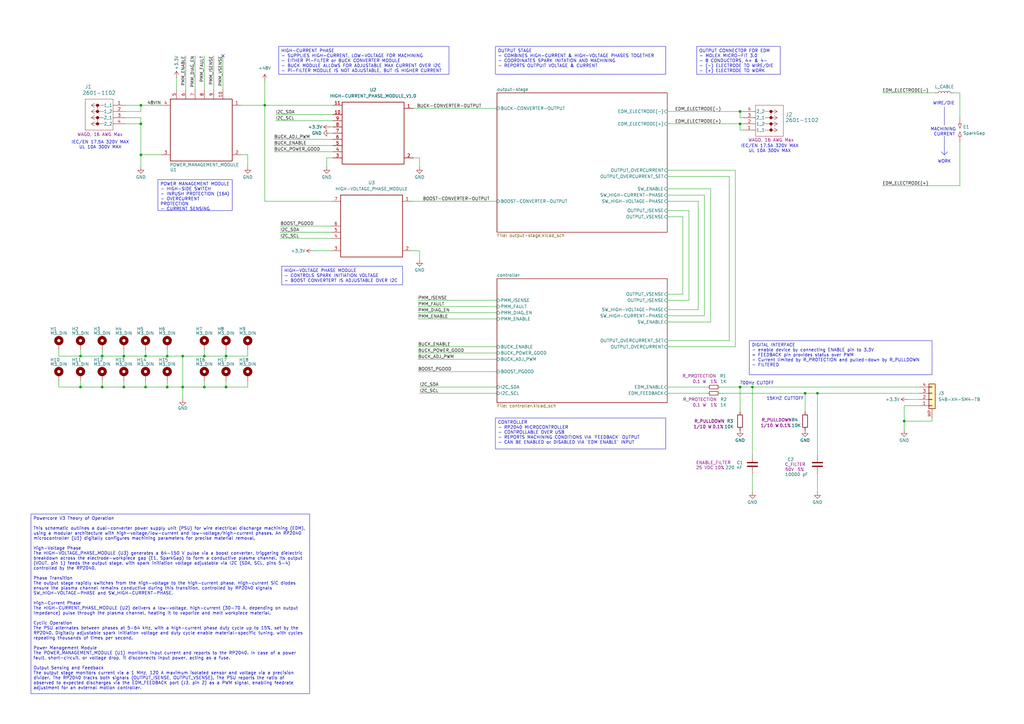
<source format=kicad_sch>
(kicad_sch (version 20250114) (generator "eeschema") (generator_version "9.0")
  (paper "A3")
  (title_block (title "Dual Converter Motherboard") (date "2025-07-29") (rev "G") (company "Rack Robotics, Inc."))
  (lib_symbols
    (symbol "Device:C" (pin_numbers (hide yes)) (pin_names (offset 0.254))
      (property "Reference" "C" (at 0.635 2.54 0))
      (property "Value" "C" (at 0.635 -2.54 0))
      (symbol "C_1_1"
        (pin passive line (at 0 3.81 270) (length 2.794) (name "~") (number "1"))
        (pin passive line (at 0 -3.81 90) (length 2.794) (name "~") (number "2"))
      )
    )
    (symbol "Device:L" (pin_numbers (hide yes)) (pin_names (offset 1.016) (hide yes))
      (property "Reference" "L" (at -1.27 0 90))
      (property "Value" "L" (at 1.905 0 90))
      (symbol "L_1_1"
        (pin passive line (at 0 3.81 270) (length 1.27) (name "1") (number "1"))
        (pin passive line (at 0 -3.81 90) (length 1.27) (name "2") (number "2"))
      )
    )
    (symbol "Device:R" (pin_numbers (hide yes)) (pin_names (offset 0))
      (property "Reference" "R" (at 2.032 0 90))
      (property "Value" "R" (at 0 0 90))
      (symbol "R_1_1"
        (pin passive line (at 0 3.81 270) (length 1.27) (name "~") (number "1"))
        (pin passive line (at 0 -3.81 90) (length 1.27) (name "~") (number "2"))
      )
    )
    (symbol "Device:R_Small" (pin_numbers (hide yes)) (pin_names (offset 0.254) (hide yes))
      (property "Reference" "R" (at 0.762 0.508 0))
      (property "Value" "R_Small" (at 0.762 -1.016 0))
      (symbol "R_Small_1_1"
        (pin passive line (at 0 2.54 270) (length 0.762) (name "~") (number "1"))
        (pin passive line (at 0 -2.54 90) (length 0.762) (name "~") (number "2"))
      )
    )
    (symbol "Device:SparkGap" (pin_numbers (hide yes)) (pin_names (offset 0))
      (property "Reference" "E" (at 0 2.032 0))
      (property "Value" "SparkGap" (at 0 -1.905 0))
      (symbol "SparkGap_1_1"
        (pin passive line (at -5.08 0 0) (length 2.54) (name "~") (number "1"))
        (pin passive line (at 5.08 0 180) (length 2.54) (name "~") (number "2"))
      )
    )
    (symbol "Mechanical:MountingHole_Pad" (pin_numbers (hide yes)) (pin_names (offset 1.016) (hide yes)) (exclude_from_sim yes) (in_bom no)
      (property "Reference" "H" (at 0 6.35 0))
      (property "Value" "MountingHole_Pad" (at 0 4.445 0))
      (symbol "MountingHole_Pad_1_1"
        (pin input line (at 0 -2.54 90) (length 2.54) (name "1") (number "1"))
      )
    )
    (symbol "power:+3.3V" (power) (pin_numbers (hide yes)) (pin_names (offset 0) (hide yes))
      (property "Value" "+3.3V" (at 0 3.556 0))
      (symbol "+3.3V_1_1"
        (pin power_in line (at 0 0 90) (length 0) (name "~") (number "1"))
      )
    )
    (symbol "power:+48V" (power) (pin_numbers (hide yes)) (pin_names (offset 0) (hide yes))
      (property "Value" "+48V" (at 0 3.556 0))
      (symbol "+48V_1_1"
        (pin power_in line (at 0 0 90) (length 0) (name "~") (number "1"))
      )
    )
    (symbol "power:GND" (power) (pin_numbers (hide yes)) (pin_names (offset 0) (hide yes))
      (property "Value" "GND" (at 0 -3.81 0))
      (symbol "GND_1_1"
        (pin power_in line (at 0 0 270) (length 0) (name "~") (number "1"))
      )
    )
    (symbol "powercore-development:HIGH-CURRENT_PHASE_MODULE_V1.0" (pin_names (offset 1.016) (hide yes))
      (property "Reference" "U1" (at 1.27 2.794 0))
      (property "Value" "HIGH-CURRENT_PHASE_MODULE_V1.0" (at 17.78 1.016 0))
      (symbol "HIGH-CURRENT_PHASE_MODULE_V1.0_1_1"
        (pin passive line (at -3.81 -2.54 0) (length 3.81) (name "VOUT") (number "1"))
        (pin passive line (at -3.81 -22.86 0) (length 3.81) (name "GND") (number "2"))
        (pin passive line (at 29.21 -1.27 180) (length 3.81) (name "48VIN") (number "11"))
        (pin passive line (at 29.21 -5.08 180) (length 3.81) (name "SDA") (number "10"))
        (pin passive line (at 29.21 -7.62 180) (length 3.81) (name "SCL") (number "9"))
        (pin passive line (at 29.21 -10.16 180) (length 3.81) (name "3.3VIN") (number "8"))
        (pin passive line (at 29.21 -12.7 180) (length 3.81) (name "GND") (number "7"))
        (pin passive line (at 29.21 -15.24 180) (length 3.81) (name "PWM_ADJ") (number "6"))
        (pin passive line (at 29.21 -17.78 180) (length 3.81) (name "ENABLE") (number "5"))
        (pin input line (at 29.21 -20.32 180) (length 3.81) (name "PGOOD") (number "4"))
        (pin passive line (at 29.21 -22.86 180) (length 3.81) (name "GND") (number "3"))
      )
    )
    (symbol "powercore-development:HIGH-VOLTAGE_PHASE_MODULE_V1.0" (pin_names (offset 1.016) (hide yes))
      (property "Reference" "U2" (at 1.016 2.794 0))
      (property "Value" "HIGH-VOLTAGE_PHASE_MODULE" (at 14.732 1.016 0))
      (symbol "HIGH-VOLTAGE_PHASE_MODULE_V1.0_1_1"
        (pin passive line (at -3.81 -2.54 0) (length 3.81) (name "VOUT") (number "1"))
        (pin passive line (at -3.81 -22.86 0) (length 3.81) (name "GND") (number "2"))
        (pin passive line (at 29.21 -2.54 180) (length 3.81) (name "48VIN") (number "7"))
        (pin passive line (at 29.21 -12.7 180) (length 3.81) (name "PGOOD") (number "6"))
        (pin passive line (at 29.21 -15.24 180) (length 3.81) (name "SDA") (number "5"))
        (pin passive line (at 29.21 -17.78 180) (length 3.81) (name "SCL") (number "4"))
        (pin passive line (at 29.21 -22.86 180) (length 3.81) (name "GND") (number "3"))
      )
    )
    (symbol "powercore-development:power-management-module" (pin_names (offset 1.016) (hide yes))
      (property "Reference" "U1" (at 24.13 -28.956 0))
      (property "Value" "POWER_MANAGEMENT_MODULE" (at 11.43 -26.924 0))
      (symbol "power-management-module_1_1"
        (pin power_in line (at -3.81 -2.54 0) (length 3.81) (name "VIN") (number "4"))
        (pin passive line (at -3.81 -22.86 0) (length 3.81) (name "Pin_3") (number "3"))
        (pin passive line (at 2.54 3.81 270) (length 3.81) (name "Pin_5") (number "5"))
        (pin passive line (at 6.35 3.81 270) (length 3.81) (name "Pin_6") (number "6"))
        (pin passive line (at 10.16 3.81 270) (length 3.81) (name "Pin_7") (number "7"))
        (pin passive line (at 13.97 3.81 270) (length 3.81) (name "Pin_8") (number "8"))
        (pin passive line (at 17.78 3.81 270) (length 3.81) (name "Pin_9") (number "9"))
        (pin passive line (at 21.59 3.81 270) (length 3.81) (name "Pin_10") (number "10"))
        (pin passive line (at 29.21 -2.54 180) (length 3.81) (name "VOUT") (number "1"))
        (pin passive line (at 29.21 -22.86 180) (length 3.81) (name "Pin_2") (number "2"))
      )
    )
    (symbol "rack-controller:2601-1102" (pin_names (offset 0.254))
      (property "Reference" "J16" (at 1.27 5.08 0))
      (property "Value" "2601-1102" (at 5.715 2.54 0))
      (property "Role" "WAGO, 16 AWG Max" (at 6.35 -15.748 0))
      (symbol "2601-1102_1_1"
        (pin unspecified line (at 16.51 -2.54 180) (length 5.08) (name "1_1") (number "1"))
        (pin unspecified line (at 16.51 -5.08 180) (length 5.08) (name "1_2") (number "2"))
        (pin unspecified line (at 16.51 -7.62 180) (length 5.08) (name "2_1") (number "3"))
        (pin unspecified line (at 16.51 -10.16 180) (length 5.08) (name "2_2") (number "4"))
      )
      (symbol "2601-1102_1_2"
        (pin unspecified line (at 0 0 0) (length 5.08) (name "1_1") (number "1"))
        (pin unspecified line (at 0 -2.54 0) (length 5.08) (name "1_2") (number "2"))
        (pin unspecified line (at 0 -5.08 0) (length 5.08) (name "2_1") (number "3"))
        (pin unspecified line (at 0 -7.62 0) (length 5.08) (name "2_2") (number "4"))
      )
    )
    (symbol "rack-controller:S4B-XH-SM4-TB" (pin_names (offset 1.016) (hide yes))
      (property "Reference" "J1" (at 2.54 0.0001 0))
      (property "Value" "S4B-XH-SM4-TB" (at 2.54 -2.5399 0))
      (symbol "S4B-XH-SM4-TB_1_1"
        (pin passive line (at -5.08 2.54 0) (length 3.81) (name "Pin_4") (number "4"))
        (pin passive line (at -5.08 0 0) (length 3.81) (name "Pin_3") (number "3"))
        (pin passive line (at -5.08 -2.54 0) (length 3.81) (name "Pin_2") (number "2"))
        (pin passive line (at -5.08 -5.08 0) (length 3.81) (name "Pin_1") (number "1"))
        (pin passive line (at 0 -10.16 90) (length 3.81) (name "Pin_MP") (number "MP"))
      )
    )
  )
  (text "IEC/EN 17.5A 320V MAX\nUL 10A 300V MAX" (at 315.722 60.96 0) (effects (font (size 1.27 1.27))))
  (text "WORK" (at 387.35 66.294 0) (effects (font (size 1.27 1.27))))
  (text "700Hz CUTOFF" (at 310.388 157.226 0) (effects (font (size 1.27 1.27))))
  (text "MACHINING \nCURRENT" (at 387.35 54.102 0) (effects (font (size 1.27 1.27))))
  (text "WIRE/DIE" (at 387.096 42.418 0) (effects (font (size 1.27 1.27))))
  (text "IEC/EN 17.5A 320V MAX\nUL 10A 300V MAX" (at 41.148 59.436 0) (effects (font (size 1.27 1.27))))
  (text "15KHZ CUTTOFF" (at 322.072 163.576 0) (effects (font (size 1.27 1.27))))
  (text_box "CONTROLLER \n- RP2040 MICROCONTROLLER\n- CONTROLLABLE OVER USB \n- REPORTS MACHINING CONDITIONS VIA 'FEEDBACK' OUTPUT \n- CAN BE ENABLED or DISABLED VIA 'EDM ENABLE' INPUT" (at 203.2 171.45 0) (size 69.85 12.7) (margins 0.9525 0.9525 0.9525 0.9525) (effects (font (size 1.27 1.27)) (justify left top)))
  (text_box "HIGH-VOLTAGE PHASE MODULE\n- CONTROLS SPARK INITIATION VOLTAGE\n- BOOST CONVERTERT IS ADJUSTABLE OVER I2C" (at 115.57 109.22 0) (size 49.53 7.62) (margins 0.9525 0.9525 0.9525 0.9525) (effects (font (size 1.27 1.27)) (justify left top)))
  (text_box "OUTPUT CONNECTOR FOR EDM\n- MOLEX MICRO-FIT 3.0\n- 8 CONDUCTORS, 4+ & 4-\n- (-) ELECTRODE TO WIRE/DIE \n- (+) ELECTRODE TO WORK" (at 285.75 19.05 0) (size 34.29 11.43) (margins 0.9525 0.9525 0.9525 0.9525) (effects (font (size 1.27 1.27)) (justify left top)))
  (text_box "HIGH-CURRENT PHASE\n- SUPPLIES HIGH-CURRENT, LOW-VOLTAGE FOR MACHINING\n- EITHER Pi-FILTER or BUCK CONVERTER MODULE\n- BUCK MODULE ALLOWS FOR ADJUSTABLE MAX CURRENT OVER I2C\n- Pi-FILTER MODULE IS NOT ADJUSTABLE, BUT IS HIGHER CURRENT" (at 114.3 19.05 0) (size 69.85 11.43) (margins 0.9525 0.9525 0.9525 0.9525) (effects (font (size 1.27 1.27)) (justify left top)))
  (text_box "Powercore V3 Theory of Operation\n\nThis schematic outlines a dual-converter power supply unit (PSU) for wire electrical discharge machining (EDM), using a modular architecture with high-voltage/low-current and low-voltage/high-current phases. An RP2040 microcontroller (U1) digitally configures machining parameters for precise material removal.\n\nHigh-Voltage Phase\nThe HIGH-VOLTAGE_PHASE_MODULE (U3) generates a 64-150 V pulse via a boost converter, triggering dielectric breakdown across the electrode-workpiece gap (E1, SparkGap) to form a conductive plasma channel. Its output (VOUT, pin 1) feeds the output stage, with spark initiation voltage adjustable via I2C (SDA, SCL, pins 5-4) controlled by the RP2040.\n\nPhase Transition\nThe output stage rapidly switches from the high-voltage to the high-current phase. High-current SiC diodes ensure the plasma channel remains conductive during this transition, controlled by RP2040 signals SW_HIGH-VOLTAGE-PHASE and SW_HIGH-CURRENT-PHASE.\n\nHigh-Current Phase\nThe HIGH-CURRENT_PHASE_MODULE (U2) delivers a low-voltage, high-current (30-70 A, depending on output impedance) pulse through the plasma channel, heating it to vaporize and melt workpiece material. \n\nCyclic Operation\nThe PSU alternates between phases at 5-64 kHz, with a high-current phase duty cycle up to 15%, set by the RP2040. Digitally adjustable spark initiation voltage and duty cycle enable material-specific tuning, with cycles repeating thousands of times per second.\n\nPower Management Module\nThe POWER_MANAGEMENT_MODULE (U1) monitors input current and reports to the RP2040. In case of a power fault, short-circuit, or voltage drop, it disconnects input power, acting as a fuse.\n\nOutput Sensing and Feedback\nThe output stage monitors current via a 1 MHz, 120 A maximum isolated sensor and voltage via a precision divider. The RP2040 tracks both signals (OUTPUT_ISENSE, OUTPUT_VSENSE). The PSU reports the ratio of observed to expected discharges via the EDM_FEEDBACK port (J3, pin 2) as a PWM signal, enabling feedrate adjustment for an external motion controller." (at 12.7 210.82 0) (size 114.3 73.66) (margins 0.9525 0.9525 0.9525 0.9525) (effects (font (size 1.27 1.27)) (justify left top)))
  (text_box "OUTPUT STAGE \n- COMBINES HIGH-CURRENT & HIGH-VOLTAGE PHASES TOGETHER\n- COORDINATES SPARK INITATION AND MACHINING\n- REPORTS OUTPUIT VOLTAGE & CURRENT" (at 203.2 19.05 0) (size 69.85 11.43) (margins 0.9525 0.9525 0.9525 0.9525) (effects (font (size 1.27 1.27)) (justify left top)))
  (text_box "POWER MANAGEMENT MODULE\n- HIGH-SIDE SWITCH\n- INRUSH PROTECTION (16A)\n- OVERCURRENT PROTECTION\n- CURRENT SENSING\n" (at 64.77 73.66 0) (size 30.48 12.7) (margins 0.9525 0.9525 0.9525 0.9525) (effects (font (size 1.27 1.27)) (justify left top)))
  (text_box "DIGITAL INTERFACE \n- enable device by connecting ENABLE pin to 3.3V\n= FEEDBACK pin provides status over PWM\n- Current limited by R_PROTECTION and pulled-down by R_PULLDOWN\n- FILTERED" (at 307.34 139.7 0) (size 74.93 13.97) (margins 0.9525 0.9525 0.9525 0.9525) (effects (font (size 1.27 1.27)) (justify left top)))
  (junction (at 33.02 146.05))
  (junction (at 74.93 158.75))
  (junction (at 59.69 158.75))
  (junction (at 68.58 158.75))
  (junction (at 50.8 158.75))
  (junction (at 50.8 146.05))
  (junction (at 41.91 158.75))
  (junction (at 59.69 146.05))
  (junction (at 57.785 43.18))
  (junction (at 108.585 43.18))
  (junction (at 303.53 158.75))
  (junction (at 303.53 50.8))
  (junction (at 330.2 161.29))
  (junction (at 335.28 161.29))
  (junction (at 370.84 172.72))
  (junction (at 57.785 50.8))
  (junction (at 57.785 63.5))
  (junction (at 308.61 158.75))
  (junction (at 92.71 158.75))
  (junction (at 33.02 158.75))
  (junction (at 303.53 45.72))
  (junction (at 68.58 146.05))
  (junction (at 92.71 146.05))
  (junction (at 83.82 146.05))
  (junction (at 41.91 146.05))
  (junction (at 74.93 146.05))
  (junction (at 83.82 158.75))
  (no_connect (at 91.44 22.86))
  (wire (pts (xy 101.6 63.5) (xy 99.06 63.5)))
  (wire (pts (xy 24.13 158.75) (xy 33.02 158.75)))
  (wire (pts (xy 87.63 22.86) (xy 87.63 36.83)))
  (wire (pts (xy 273.685 129.54) (xy 288.925 129.54)))
  (wire (pts (xy 290.195 158.75) (xy 273.685 158.75)))
  (wire (pts (xy 136.525 49.53) (xy 113.03 49.53)))
  (polyline (pts (xy 387.35 43.815) (xy 387.35 51.435)))
  (wire (pts (xy 370.84 176.53) (xy 370.84 172.72)))
  (wire (pts (xy 83.82 22.86) (xy 83.82 36.83)))
  (wire (pts (xy 51.435 45.72) (xy 57.785 45.72)))
  (wire (pts (xy 273.685 45.72) (xy 303.53 45.72)))
  (wire (pts (xy 303.53 50.8) (xy 304.8 50.8)))
  (wire (pts (xy 291.465 77.47) (xy 273.685 77.47)))
  (wire (pts (xy 304.8 48.26) (xy 303.53 48.26)))
  (wire (pts (xy 280.035 120.65) (xy 280.035 88.9)))
  (wire (pts (xy 92.71 156.21) (xy 92.71 158.75)))
  (wire (pts (xy 57.785 43.18) (xy 51.435 43.18)))
  (wire (pts (xy 101.6 146.05) (xy 92.71 146.05)))
  (wire (pts (xy 68.58 146.05) (xy 74.93 146.05)))
  (polyline (pts (xy 387.35 63.5) (xy 388.62 62.23)))
  (wire (pts (xy 295.275 161.29) (xy 330.2 161.29)))
  (wire (pts (xy 172.085 102.87) (xy 168.91 102.87)))
  (wire (pts (xy 291.465 132.08) (xy 291.465 77.47)))
  (wire (pts (xy 335.28 161.29) (xy 335.28 186.69)))
  (wire (pts (xy 101.6 68.58) (xy 101.6 63.5)))
  (wire (pts (xy 393.7 76.2) (xy 393.7 58.42)))
  (wire (pts (xy 59.69 143.51) (xy 59.69 146.05)))
  (wire (pts (xy 382.27 172.72) (xy 370.84 172.72)))
  (wire (pts (xy 108.585 33.02) (xy 108.585 43.18)))
  (wire (pts (xy 286.385 82.55) (xy 273.685 82.55)))
  (wire (pts (xy 171.45 125.73) (xy 203.835 125.73)))
  (wire (pts (xy 273.685 50.8) (xy 303.53 50.8)))
  (wire (pts (xy 57.785 48.26) (xy 57.785 50.8)))
  (wire (pts (xy 303.53 48.26) (xy 303.53 45.72)))
  (wire (pts (xy 282.575 86.36) (xy 273.685 86.36)))
  (wire (pts (xy 171.45 144.78) (xy 203.835 144.78)))
  (wire (pts (xy 59.69 146.05) (xy 68.58 146.05)))
  (wire (pts (xy 66.04 63.5) (xy 57.785 63.5)))
  (wire (pts (xy 41.91 156.21) (xy 41.91 158.75)))
  (wire (pts (xy 303.53 158.75) (xy 303.53 168.91)))
  (wire (pts (xy 361.95 76.2) (xy 393.7 76.2)))
  (wire (pts (xy 361.95 38.1) (xy 383.54 38.1)))
  (wire (pts (xy 203.835 142.24) (xy 171.45 142.24)))
  (wire (pts (xy 50.8 143.51) (xy 50.8 146.05)))
  (wire (pts (xy 288.925 129.54) (xy 288.925 80.01)))
  (wire (pts (xy 273.685 120.65) (xy 280.035 120.65)))
  (wire (pts (xy 50.8 156.21) (xy 50.8 158.75)))
  (wire (pts (xy 72.39 31.75) (xy 72.39 36.83)))
  (wire (pts (xy 393.7 48.26) (xy 393.7 38.1)))
  (wire (pts (xy 273.685 123.19) (xy 282.575 123.19)))
  (wire (pts (xy 273.685 139.7) (xy 299.085 139.7)))
  (wire (pts (xy 57.785 50.8) (xy 57.785 63.5)))
  (wire (pts (xy 282.575 123.19) (xy 282.575 86.36)))
  (wire (pts (xy 128.27 102.87) (xy 135.89 102.87)))
  (wire (pts (xy 24.13 156.21) (xy 24.13 158.75)))
  (wire (pts (xy 304.8 53.34) (xy 303.53 53.34)))
  (wire (pts (xy 308.61 194.31) (xy 308.61 201.93)))
  (wire (pts (xy 335.28 194.31) (xy 335.28 201.93)))
  (wire (pts (xy 136.525 54.61) (xy 135.255 54.61)))
  (wire (pts (xy 41.91 146.05) (xy 50.8 146.05)))
  (wire (pts (xy 59.69 158.75) (xy 68.58 158.75)))
  (wire (pts (xy 203.835 130.81) (xy 171.45 130.81)))
  (wire (pts (xy 41.91 158.75) (xy 50.8 158.75)))
  (wire (pts (xy 108.585 43.18) (xy 108.585 82.55)))
  (wire (pts (xy 91.44 22.86) (xy 91.44 36.83)))
  (wire (pts (xy 135.89 82.55) (xy 108.585 82.55)))
  (wire (pts (xy 68.58 156.21) (xy 68.58 158.75)))
  (wire (pts (xy 33.02 156.21) (xy 33.02 158.75)))
  (wire (pts (xy 303.53 158.75) (xy 295.275 158.75)))
  (wire (pts (xy 377.19 163.83) (xy 372.11 163.83)))
  (wire (pts (xy 330.2 161.29) (xy 335.28 161.29)))
  (wire (pts (xy 66.04 43.18) (xy 57.785 43.18)))
  (wire (pts (xy 273.685 142.24) (xy 301.625 142.24)))
  (wire (pts (xy 113.03 46.99) (xy 136.525 46.99)))
  (wire (pts (xy 370.84 172.72) (xy 370.84 166.37)))
  (wire (pts (xy 92.71 146.05) (xy 83.82 146.05)))
  (wire (pts (xy 370.84 166.37) (xy 377.19 166.37)))
  (wire (pts (xy 74.93 158.75) (xy 74.93 163.83)))
  (wire (pts (xy 280.035 88.9) (xy 273.685 88.9)))
  (wire (pts (xy 133.985 64.77) (xy 136.525 64.77)))
  (wire (pts (xy 80.01 22.86) (xy 80.01 36.83)))
  (wire (pts (xy 101.6 156.21) (xy 101.6 158.75)))
  (wire (pts (xy 136.525 59.69) (xy 112.395 59.69)))
  (wire (pts (xy 203.835 161.29) (xy 172.085 161.29)))
  (wire (pts (xy 303.53 53.34) (xy 303.53 50.8)))
  (wire (pts (xy 203.835 44.45) (xy 169.545 44.45)))
  (wire (pts (xy 57.785 48.26) (xy 51.435 48.26)))
  (wire (pts (xy 83.82 143.51) (xy 83.82 146.05)))
  (wire (pts (xy 301.625 69.85) (xy 273.685 69.85)))
  (polyline (pts (xy 387.35 63.5) (xy 386.08 62.23)))
  (wire (pts (xy 301.625 142.24) (xy 301.625 69.85)))
  (wire (pts (xy 33.02 143.51) (xy 33.02 146.05)))
  (wire (pts (xy 203.835 82.55) (xy 168.91 82.55)))
  (wire (pts (xy 203.835 123.19) (xy 171.45 123.19)))
  (wire (pts (xy 108.585 43.18) (xy 99.06 43.18)))
  (wire (pts (xy 171.45 152.4) (xy 203.835 152.4)))
  (wire (pts (xy 92.71 143.51) (xy 92.71 146.05)))
  (wire (pts (xy 286.385 127) (xy 286.385 82.55)))
  (wire (pts (xy 273.685 127) (xy 286.385 127)))
  (wire (pts (xy 57.785 45.72) (xy 57.785 43.18)))
  (wire (pts (xy 136.525 43.18) (xy 108.585 43.18)))
  (wire (pts (xy 391.16 38.1) (xy 393.7 38.1)))
  (wire (pts (xy 135.89 97.79) (xy 114.935 97.79)))
  (wire (pts (xy 299.085 139.7) (xy 299.085 72.39)))
  (polyline (pts (xy 387.35 55.88) (xy 387.35 63.5)))
  (wire (pts (xy 68.58 158.75) (xy 74.93 158.75)))
  (wire (pts (xy 303.53 45.72) (xy 304.8 45.72)))
  (wire (pts (xy 68.58 143.51) (xy 68.58 146.05)))
  (wire (pts (xy 172.085 64.77) (xy 169.545 64.77)))
  (wire (pts (xy 290.195 161.29) (xy 273.685 161.29)))
  (wire (pts (xy 57.785 63.5) (xy 57.785 68.58)))
  (wire (pts (xy 41.91 143.51) (xy 41.91 146.05)))
  (wire (pts (xy 101.6 158.75) (xy 92.71 158.75)))
  (wire (pts (xy 50.8 146.05) (xy 59.69 146.05)))
  (wire (pts (xy 59.69 156.21) (xy 59.69 158.75)))
  (wire (pts (xy 33.02 158.75) (xy 41.91 158.75)))
  (wire (pts (xy 203.835 158.75) (xy 172.085 158.75)))
  (wire (pts (xy 83.82 158.75) (xy 74.93 158.75)))
  (wire (pts (xy 273.685 132.08) (xy 291.465 132.08)))
  (wire (pts (xy 330.2 161.29) (xy 330.2 168.91)))
  (wire (pts (xy 24.13 146.05) (xy 33.02 146.05)))
  (wire (pts (xy 136.525 62.23) (xy 112.395 62.23)))
  (wire (pts (xy 299.085 72.39) (xy 273.685 72.39)))
  (wire (pts (xy 135.89 92.71) (xy 114.935 92.71)))
  (wire (pts (xy 50.8 158.75) (xy 59.69 158.75)))
  (wire (pts (xy 83.82 156.21) (xy 83.82 158.75)))
  (wire (pts (xy 335.28 161.29) (xy 377.19 161.29)))
  (wire (pts (xy 303.53 158.75) (xy 308.61 158.75)))
  (wire (pts (xy 101.6 143.51) (xy 101.6 146.05)))
  (wire (pts (xy 76.2 22.86) (xy 76.2 36.83)))
  (wire (pts (xy 136.525 57.15) (xy 112.395 57.15)))
  (wire (pts (xy 203.835 128.27) (xy 171.45 128.27)))
  (wire (pts (xy 74.93 146.05) (xy 74.93 158.75)))
  (wire (pts (xy 33.02 146.05) (xy 41.91 146.05)))
  (wire (pts (xy 382.27 171.45) (xy 382.27 172.72)))
  (wire (pts (xy 288.925 80.01) (xy 273.685 80.01)))
  (wire (pts (xy 24.13 143.51) (xy 24.13 146.05)))
  (wire (pts (xy 133.985 64.77) (xy 133.985 68.58)))
  (wire (pts (xy 172.085 68.58) (xy 172.085 64.77)))
  (wire (pts (xy 308.61 158.75) (xy 308.61 186.69)))
  (wire (pts (xy 83.82 146.05) (xy 74.93 146.05)))
  (wire (pts (xy 136.525 52.07) (xy 135.255 52.07)))
  (wire (pts (xy 135.89 95.25) (xy 114.935 95.25)))
  (wire (pts (xy 92.71 158.75) (xy 83.82 158.75)))
  (wire (pts (xy 51.435 50.8) (xy 57.785 50.8)))
  (wire (pts (xy 203.835 147.32) (xy 171.45 147.32)))
  (wire (pts (xy 308.61 158.75) (xy 377.19 158.75)))
  (wire (pts (xy 172.085 106.68) (xy 172.085 102.87)))
  (label "PMM_FAULT" (at 171.45 125.73 0))
  (label "BUCK_ENABLE" (at 171.45 142.24 0))
  (label "BUCK_ENABLE" (at 112.395 59.69 0))
  (label "I2C_SCL" (at 172.085 161.29 0))
  (label "PMM_FAULT" (at 83.82 22.86 270))
  (label "PMM_ISENSE" (at 171.45 123.19 0))
  (label "I2C_SCL" (at 114.935 97.79 0))
  (label "EDM_ELECTRODE(-)" (at 276.86 45.72 0))
  (label "48VIN" (at 66.04 43.18 180))
  (label "PMM_ENABLE" (at 171.45 130.81 0))
  (label "PMM_ISENSE" (at 87.63 22.86 270))
  (label "EDM_ELECTRODE(-)" (at 361.95 38.1 0))
  (label "I2C_SDA" (at 172.085 158.75 0))
  (label "BUCK_POWER_GOOD" (at 112.395 62.23 0))
  (label "I2C_SCL" (at 113.03 49.53 0))
  (label "BUCK_ADJ_PWM" (at 112.395 57.15 0))
  (label "BUCK_POWER_GOOD" (at 171.45 144.78 0))
  (label "BOOST_PGOOD" (at 114.935 92.71 0))
  (label "BOOST_PGOOD" (at 171.45 152.4 0))
  (label "PMM_DIAG_EN" (at 80.01 22.86 270))
  (label "EDM_ELECTRODE(+)" (at 276.86 50.8 0))
  (label "BUCK_ADJ_PWM" (at 171.45 147.32 0))
  (label "EDM_ELECTRODE(+)" (at 361.95 76.2 0))
  (label "PMM_DIAG_EN" (at 171.45 128.27 0))
  (label "I2C_SDA" (at 114.935 95.25 0))
  (label "PMM_VSENSE" (at 91.44 22.86 270))
  (label "I2C_SDA" (at 113.03 46.99 0))
  (label "BOOST-CONVERTER-OUTPUT" (at 173.355 82.55 0))
  (label "BUCK-CONVERTER-OUTPUT" (at 197.485 44.45 180))
  (label "PMM_ENABLE" (at 76.2 22.86 270))
  (symbol (lib_id "Device:SparkGap") (at 393.7 53.34 90) (unit 1) (in_bom no) (on_board no)
    (property "Reference" "E1" (at 394.97 52.0699 90) (effects (justify right)))
    (property "Value" "SparkGap" (at 394.97 54.6099 90) (effects (justify right)))
    (property "Footprint" "NULL" (effects (hide yes)))
    (property "Description" "EDM Spark Gap" (effects (hide yes)))
    (property "Manufacturer" "NULL" (effects (hide yes)))
    (property "Manufacturer#" "NULL" (effects (hide yes)))
    (property "Distributor" "NULL" (effects (hide yes)))
    (property "Distributor#" "NULL" (effects (hide yes)))
    (property "Role" "NULL" (effects (hide yes)))
    (property "LCSC Part #" "NULL" (effects (hide yes)))
  )
  (symbol (lib_id "power:GND") (at 172.085 106.68 0) (mirror y) (unit 1)
    (property "Reference" "#PWR010" (effects (hide yes)))
    (property "Value" "GND" (at 172.085 110.744 0))
    (property "Description" "Power symbol creates a global label with name \"GND\" , ground" (effects (hide yes)))
  )
  (symbol (lib_id "Mechanical:MountingHole_Pad") (at 92.71 153.67 0) (unit 1) (exclude_from_sim yes) (in_bom no)
    (property "Reference" "H17" (at 89.154 147.574 0) (effects (justify left)))
    (property "Value" "M3_DIN" (at 89.154 149.352 0) (effects (justify left)))
    (property "Footprint" "MountingHole:MountingHole_3.2mm_M3_DIN965_Pad_TopBottom" (effects (hide yes)))
    (property "Datasheet" "NULL" (effects (hide yes)))
    (property "Description" "M3 Mounting hole with op & bottom pads exposed" (effects (hide yes)))
    (property "Manufacturer" "NULL" (effects (hide yes)))
    (property "Manufacturer#" "NULL" (effects (hide yes)))
    (property "Distributor" "NULL" (effects (hide yes)))
    (property "Distributor#" "NULL" (effects (hide yes)))
    (property "Role" "NULL" (effects (hide yes)))
  )
  (symbol (lib_id "power:GND") (at 308.61 201.93 0) (mirror y) (unit 1)
    (property "Reference" "#PWR016" (effects (hide yes)))
    (property "Value" "GND" (at 308.61 205.994 0))
    (property "Description" "Power symbol creates a global label with name \"GND\" , ground" (effects (hide yes)))
  )
  (symbol (lib_id "power:GND") (at 57.785 68.58 0) (mirror y) (unit 1)
    (property "Reference" "#PWR05" (effects (hide yes)))
    (property "Value" "GND" (at 57.785 72.644 0))
    (property "Description" "Power symbol creates a global label with name \"GND\" , ground" (effects (hide yes)))
  )
  (symbol (lib_id "Mechanical:MountingHole_Pad") (at 41.91 140.97 0) (unit 1) (exclude_from_sim yes) (in_bom no)
    (property "Reference" "H3" (at 38.354 134.874 0) (effects (justify left)))
    (property "Value" "M3_DIN" (at 38.354 136.652 0) (effects (justify left)))
    (property "Footprint" "MountingHole:MountingHole_3.2mm_M3_DIN965_Pad_TopBottom" (effects (hide yes)))
    (property "Datasheet" "NULL" (effects (hide yes)))
    (property "Description" "M3 Mounting hole with op & bottom pads exposed" (effects (hide yes)))
    (property "Manufacturer" "NULL" (effects (hide yes)))
    (property "Manufacturer#" "NULL" (effects (hide yes)))
    (property "Distributor" "NULL" (effects (hide yes)))
    (property "Distributor#" "NULL" (effects (hide yes)))
    (property "Role" "NULL" (effects (hide yes)))
  )
  (symbol (lib_id "rack-controller:2601-1102") (at 34.925 40.64 0) (unit 1)
    (property "Reference" "J1" (at 36.195 35.56 0) (effects (font (size 1.524 1.524))))
    (property "Value" "2601-1102" (at 40.64 38.1 0) (effects (font (size 1.524 1.524))))
    (property "Footprint" "powercore-development:2601-1102" (effects (hide yes)))
    (property "Datasheet" "https://source.z2data.com/2022/11/30/3/26/12/266816/736955/WAGO26011102enUS.pdf" (effects (hide yes)))
    (property "Description" "2 Position Wire to Board Terminal Block Horizontal with Board 0.138\" (3.50mm) Through Hole" (effects (hide yes)))
    (property "Manufacturer" "WAGO Corporation" (effects (hide yes)))
    (property "Manufacturer#" "2601-1102" (effects (hide yes)))
    (property "Distributor" "Digikey Electronics, Inc." (effects (hide yes)))
    (property "Distributor#" "2946-2601-1102-ND" (effects (hide yes)))
    (property "Role" "WAGO, 16 AWG Max" (at 41.021 55.118 0))
    (property "LCSC Part #" "C7509568" (effects (hide yes)))
  )
  (symbol (lib_id "power:GND") (at 370.84 176.53 0) (mirror y) (unit 1)
    (property "Reference" "#PWR015" (effects (hide yes)))
    (property "Value" "GND" (at 370.84 180.594 0))
    (property "Description" "Power symbol creates a global label with name \"GND\" , ground" (effects (hide yes)))
  )
  (symbol (lib_id "power:+3.3V") (at 135.255 52.07 90) (mirror x) (unit 1)
    (property "Reference" "#PWR03" (effects (hide yes)))
    (property "Value" "+3.3V" (at 132.207 52.07 90) (effects (justify left)))
    (property "Description" "Power symbol creates a global label with name \"+3.3V\"" (effects (hide yes)))
  )
  (symbol (lib_id "Device:R") (at 330.2 172.72 0) (unit 1)
    (property "Reference" "R4" (at 324.612 172.212 0) (effects (justify left)))
    (property "Value" "10K" (at 324.612 174.498 0) (effects (justify left)))
    (property "Footprint" "Resistor_SMD:R_0603_1608Metric" (effects (hide yes)))
    (property "Datasheet" "https://www.yageo.com/upload/media/product/products/datasheet/rchip/PYu-RC_Group_51_RoHS_L_12.pdf" (effects (hide yes)))
    (property "Description" "10 kOhms ±0.1% 0.1W, 1/10W Chip Resistor 0603 (1608 Metric) Moisture Resistant Thick Film" (effects (hide yes)))
    (property "Tolerance" "0.1%" (at 322.072 174.498 0))
    (property "Role" "R_PULLDOWN" (at 318.516 172.212 0))
    (property "Manufacturer" "YAGEO" (effects (hide yes)))
    (property "Manufacturer#" "RC0603BR-0710KL" (effects (hide yes)))
    (property "Distributor" "Digikey Electronics, Inc." (effects (hide yes)))
    (property "Distributor#" "13-RC0603BR-0710KLCT-ND" (effects (hide yes)))
    (property "Power" "1/10 W" (at 315.722 174.498 0))
    (property "LCSC Part #" "C20161635" (effects (hide yes)))
  )
  (symbol (lib_id "power:GND") (at 133.985 68.58 0) (mirror y) (unit 1)
    (property "Reference" "#PWR07" (effects (hide yes)))
    (property "Value" "GND" (at 133.985 72.644 0))
    (property "Description" "Power symbol creates a global label with name \"GND\" , ground" (effects (hide yes)))
  )
  (symbol (lib_id "Mechanical:MountingHole_Pad") (at 24.13 140.97 0) (unit 1) (exclude_from_sim yes) (in_bom no)
    (property "Reference" "H1" (at 20.574 134.874 0) (effects (justify left)))
    (property "Value" "M3_DIN" (at 20.574 136.652 0) (effects (justify left)))
    (property "Footprint" "MountingHole:MountingHole_3.2mm_M3_DIN965_Pad_TopBottom" (effects (hide yes)))
    (property "Datasheet" "NULL" (effects (hide yes)))
    (property "Description" "M3 Mounting hole with op & bottom pads exposed" (effects (hide yes)))
    (property "Manufacturer" "NULL" (effects (hide yes)))
    (property "Manufacturer#" "NULL" (effects (hide yes)))
    (property "Distributor" "NULL" (effects (hide yes)))
    (property "Distributor#" "NULL" (effects (hide yes)))
    (property "Role" "NULL" (effects (hide yes)))
  )
  (symbol (lib_id "Mechanical:MountingHole_Pad") (at 59.69 153.67 0) (unit 1) (exclude_from_sim yes) (in_bom no)
    (property "Reference" "H14" (at 56.134 147.574 0) (effects (justify left)))
    (property "Value" "M3_DIN" (at 56.134 149.352 0) (effects (justify left)))
    (property "Footprint" "MountingHole:MountingHole_3.2mm_M3_DIN965_Pad_TopBottom" (effects (hide yes)))
    (property "Datasheet" "NULL" (effects (hide yes)))
    (property "Description" "M3 Mounting hole with op & bottom pads exposed" (effects (hide yes)))
    (property "Manufacturer" "NULL" (effects (hide yes)))
    (property "Manufacturer#" "NULL" (effects (hide yes)))
    (property "Distributor" "NULL" (effects (hide yes)))
    (property "Distributor#" "NULL" (effects (hide yes)))
    (property "Role" "NULL" (effects (hide yes)))
  )
  (symbol (lib_id "rack-controller:S4B-XH-SM4-TB") (at 382.27 161.29 0) (unit 1)
    (property "Reference" "J3" (at 384.81 161.2899 0) (effects (justify left)))
    (property "Value" "S4B-XH-SM4-TB" (at 384.81 163.8299 0) (effects (justify left)))
    (property "Footprint" "powercore-development:S4B-XH-SM4-TB" (effects (hide yes)))
    (property "Datasheet" "https://www.jst-mfg.com/product/pdf/eng/eXH.pdf" (effects (hide yes)))
    (property "Description" "Connector Header Surface Mount, Right Angle 4 position 0.098\" (2.50mm)" (effects (hide yes)))
    (property "Manufacturer" "JST Sales America Inc." (effects (hide yes)))
    (property "Manufacturer#" "S4B-XH-SM4-TB" (effects (hide yes)))
    (property "Distributor" "Digikey Electronics, Inc." (effects (hide yes)))
    (property "Distributor#" "455-2262-1-ND" (effects (hide yes)))
    (property "Max Current" "3A" (effects (hide yes)))
    (property "LCSC Part #" "C161861" (effects (hide yes)))
  )
  (symbol (lib_id "Device:L") (at 387.35 38.1 90) (unit 1) (in_bom no) (on_board no)
    (property "Reference" "L_CABLE1" (effects (hide yes)))
    (property "Value" "L_CABLE" (at 387.35 35.56 90))
    (property "Description" "Parasitic Inductance of Cable" (effects (hide yes)))
  )
  (symbol (lib_id "Device:C") (at 335.28 190.5 0) (mirror y) (unit 1)
    (property "Reference" "C2" (at 325.628 188.468 0) (effects (justify left)))
    (property "Value" "10000 pF" (at 331.47 194.564 0) (effects (justify left)))
    (property "Footprint" "Capacitor_SMD:C_0603_1608Metric" (effects (hide yes)))
    (property "Datasheet" "https://www.yageo.com/upload/media/product/productsearch/datasheet/mlcc/UPY-GPHC_X7R_6.3V-to-250V_24.pdf" (effects (hide yes)))
    (property "Description" "10000 pF ±5% 50V Ceramic Capacitor X7R 0603 (1608 Metric)" (effects (hide yes)))
    (property "Role" "C_FILTER" (at 326.136 190.5 0))
    (property "Tolerance" "5%" (at 328.422 192.532 0))
    (property "Dielectric" "X7R" (effects (hide yes)))
    (property "Max Voltage" "50V" (at 323.85 192.532 0))
    (property "Manufacturer" "YAGEO" (effects (hide yes)))
    (property "Manufacturer#" "CC0603JRX7R9BB103" (effects (hide yes)))
    (property "Distributor" "Digikey Electronics, Inc." (effects (hide yes)))
    (property "Distributor#" "311-1778-1-ND" (effects (hide yes)))
    (property "LCSC Part #" "C115056" (effects (hide yes)))
  )
  (symbol (lib_id "Mechanical:MountingHole_Pad") (at 83.82 153.67 0) (unit 1) (exclude_from_sim yes) (in_bom no)
    (property "Reference" "H16" (at 80.264 147.574 0) (effects (justify left)))
    (property "Value" "M3_DIN" (at 80.264 149.352 0) (effects (justify left)))
    (property "Footprint" "MountingHole:MountingHole_3.2mm_M3_DIN965_Pad_TopBottom" (effects (hide yes)))
    (property "Datasheet" "NULL" (effects (hide yes)))
    (property "Description" "M3 Mounting hole with op & bottom pads exposed" (effects (hide yes)))
    (property "Manufacturer" "NULL" (effects (hide yes)))
    (property "Manufacturer#" "NULL" (effects (hide yes)))
    (property "Distributor" "NULL" (effects (hide yes)))
    (property "Distributor#" "NULL" (effects (hide yes)))
    (property "Role" "NULL" (effects (hide yes)))
  )
  (symbol (lib_id "Device:R_Small") (at 292.735 161.29 270) (mirror x) (unit 1)
    (property "Reference" "R2" (at 296.799 163.83 90))
    (property "Value" "1K" (at 298.069 166.116 90) (effects (justify right)))
    (property "Footprint" "Resistor_SMD:R_0603_1608Metric" (effects (hide yes)))
    (property "Description" "1 kOhms ±1% 0.1W, 1/10W Chip Resistor 0603 (1608 Metric) Moisture Resistant Thick Film" (effects (hide yes)))
    (property "Power" "0.1 W" (at 286.893 166.116 90))
    (property "Role" "R_PROTECTION" (at 294.005 163.83 90) (effects (justify right)))
    (property "Manufacturer" "YAGEO" (effects (hide yes)))
    (property "Manufacturer#" "RC0603FR-071KL" (effects (hide yes)))
    (property "Distributor" "Digikey Electronics, Inc." (effects (hide yes)))
    (property "Distributor#" "311-1.00KHRCT-ND" (effects (hide yes)))
    (property "Tolerance" "1%" (at 292.735 166.116 90))
    (property "LCSC Part #" "C22548" (effects (hide yes)))
  )
  (symbol (lib_id "powercore-development:power-management-module") (at 69.85 40.64 0) (unit 1)
    (property "Reference" "U1" (at 71.12 69.596 0))
    (property "Value" "POWER_MANAGEMENT_MODULE" (at 83.82 67.564 0))
    (property "Footprint" "powercore-development:POWER_MANAGEMENT_MODULE_FOOTPRINT_V1.0" (effects (hide yes)))
  )
  (symbol (lib_id "powercore-development:HIGH-CURRENT_PHASE_MODULE_V1.0") (at 165.735 41.91 0) (mirror y) (unit 1)
    (property "Reference" "U2" (at 153.035 36.83 0))
    (property "Value" "HIGH-CURRENT_PHASE_MODULE_V1.0" (at 153.035 39.37 0))
    (property "Footprint" "powercore-development:HIGH-CURRENT_PHASE_MODULE_FOOTPRINT_V1.0" (effects (hide yes)))
  )
  (symbol (lib_id "Mechanical:MountingHole_Pad") (at 68.58 140.97 0) (unit 1) (exclude_from_sim yes) (in_bom no)
    (property "Reference" "H6" (at 65.024 134.874 0) (effects (justify left)))
    (property "Value" "M3_DIN" (at 65.024 136.652 0) (effects (justify left)))
    (property "Footprint" "MountingHole:MountingHole_3.2mm_M3_DIN965_Pad_TopBottom" (effects (hide yes)))
    (property "Datasheet" "NULL" (effects (hide yes)))
    (property "Description" "M3 Mounting hole with op & bottom pads exposed" (effects (hide yes)))
    (property "Manufacturer" "NULL" (effects (hide yes)))
    (property "Manufacturer#" "NULL" (effects (hide yes)))
    (property "Distributor" "NULL" (effects (hide yes)))
    (property "Distributor#" "NULL" (effects (hide yes)))
    (property "Role" "NULL" (effects (hide yes)))
  )
  (symbol (lib_id "Mechanical:MountingHole_Pad") (at 68.58 153.67 0) (unit 1) (exclude_from_sim yes) (in_bom no)
    (property "Reference" "H15" (at 65.024 147.574 0) (effects (justify left)))
    (property "Value" "M3_DIN" (at 65.024 149.352 0) (effects (justify left)))
    (property "Footprint" "MountingHole:MountingHole_3.2mm_M3_DIN965_Pad_TopBottom" (effects (hide yes)))
    (property "Datasheet" "NULL" (effects (hide yes)))
    (property "Description" "M3 Mounting hole with op & bottom pads exposed" (effects (hide yes)))
    (property "Manufacturer" "NULL" (effects (hide yes)))
    (property "Manufacturer#" "NULL" (effects (hide yes)))
    (property "Distributor" "NULL" (effects (hide yes)))
    (property "Distributor#" "NULL" (effects (hide yes)))
    (property "Role" "NULL" (effects (hide yes)))
  )
  (symbol (lib_id "Device:C") (at 308.61 190.5 0) (mirror y) (unit 1)
    (property "Reference" "C1" (at 304.8 189.738 0) (effects (justify left)))
    (property "Value" "220 nF" (at 304.546 191.77 0) (effects (justify left)))
    (property "Footprint" "Capacitor_SMD:C_0603_1608Metric" (effects (hide yes)))
    (property "Datasheet" "https://www.yageo.com/upload/media/product/app/datasheet/mlcc/upy-ac_np0x7rx7s_6_3v-to-2kv.pdf" (effects (hide yes)))
    (property "Description" "0.22 µF ±10% 50V Ceramic Capacitor X7R 0603 (1608 Metric)" (effects (hide yes)))
    (property "Role" "ENABLE_FILTER" (at 292.608 189.738 0))
    (property "Tolerance" "10%" (at 295.148 191.77 0))
    (property "Dielectric" "X7R" (effects (hide yes)))
    (property "Max Voltage" "25 VDC" (at 289.052 191.77 0))
    (property "Manufacturer" "YAGEO" (effects (hide yes)))
    (property "Manufacturer#" "AC0603KRX7R9BB224" (effects (hide yes)))
    (property "Distributor" "Digikey Electronics, Inc." (effects (hide yes)))
    (property "Distributor#" "13-AC0603KRX7R9BB224CT-ND" (effects (hide yes)))
    (property "LCSC Part #" "C726565" (effects (hide yes)))
  )
  (symbol (lib_id "Mechanical:MountingHole_Pad") (at 50.8 153.67 0) (unit 1) (exclude_from_sim yes) (in_bom no)
    (property "Reference" "H13" (at 47.244 147.574 0) (effects (justify left)))
    (property "Value" "M3_DIN" (at 47.244 149.352 0) (effects (justify left)))
    (property "Footprint" "MountingHole:MountingHole_3.2mm_M3_DIN965_Pad_TopBottom" (effects (hide yes)))
    (property "Datasheet" "NULL" (effects (hide yes)))
    (property "Description" "M3 Mounting hole with op & bottom pads exposed" (effects (hide yes)))
    (property "Manufacturer" "NULL" (effects (hide yes)))
    (property "Manufacturer#" "NULL" (effects (hide yes)))
    (property "Distributor" "NULL" (effects (hide yes)))
    (property "Distributor#" "NULL" (effects (hide yes)))
    (property "Role" "NULL" (effects (hide yes)))
  )
  (symbol (lib_id "Mechanical:MountingHole_Pad") (at 101.6 140.97 0) (unit 1) (exclude_from_sim yes) (in_bom no)
    (property "Reference" "H9" (at 98.044 134.874 0) (effects (justify left)))
    (property "Value" "M3_DIN" (at 98.044 136.652 0) (effects (justify left)))
    (property "Footprint" "MountingHole:MountingHole_3.2mm_M3_DIN965_Pad_TopBottom" (effects (hide yes)))
    (property "Datasheet" "NULL" (effects (hide yes)))
    (property "Description" "M3 Mounting hole with op & bottom pads exposed" (effects (hide yes)))
    (property "Manufacturer" "NULL" (effects (hide yes)))
    (property "Manufacturer#" "NULL" (effects (hide yes)))
    (property "Distributor" "NULL" (effects (hide yes)))
    (property "Distributor#" "NULL" (effects (hide yes)))
    (property "Role" "NULL" (effects (hide yes)))
  )
  (symbol (lib_id "Mechanical:MountingHole_Pad") (at 24.13 153.67 0) (unit 1) (exclude_from_sim yes) (in_bom no)
    (property "Reference" "H10" (at 20.574 147.574 0) (effects (justify left)))
    (property "Value" "M3_DIN" (at 20.574 149.352 0) (effects (justify left)))
    (property "Footprint" "MountingHole:MountingHole_3.2mm_M3_DIN965_Pad_TopBottom" (effects (hide yes)))
    (property "Datasheet" "NULL" (effects (hide yes)))
    (property "Description" "M3 Mounting hole with op & bottom pads exposed" (effects (hide yes)))
    (property "Manufacturer" "NULL" (effects (hide yes)))
    (property "Manufacturer#" "NULL" (effects (hide yes)))
    (property "Distributor" "NULL" (effects (hide yes)))
    (property "Distributor#" "NULL" (effects (hide yes)))
    (property "Role" "NULL" (effects (hide yes)))
  )
  (symbol (lib_id "Mechanical:MountingHole_Pad") (at 41.91 153.67 0) (unit 1) (exclude_from_sim yes) (in_bom no)
    (property "Reference" "H12" (at 38.354 147.574 0) (effects (justify left)))
    (property "Value" "M3_DIN" (at 38.354 149.352 0) (effects (justify left)))
    (property "Footprint" "MountingHole:MountingHole_3.2mm_M3_DIN965_Pad_TopBottom" (effects (hide yes)))
    (property "Datasheet" "NULL" (effects (hide yes)))
    (property "Description" "M3 Mounting hole with op & bottom pads exposed" (effects (hide yes)))
    (property "Manufacturer" "NULL" (effects (hide yes)))
    (property "Manufacturer#" "NULL" (effects (hide yes)))
    (property "Distributor" "NULL" (effects (hide yes)))
    (property "Distributor#" "NULL" (effects (hide yes)))
    (property "Role" "NULL" (effects (hide yes)))
  )
  (symbol (lib_id "Mechanical:MountingHole_Pad") (at 59.69 140.97 0) (unit 1) (exclude_from_sim yes) (in_bom no)
    (property "Reference" "H5" (at 56.134 134.874 0) (effects (justify left)))
    (property "Value" "M3_DIN" (at 56.134 136.652 0) (effects (justify left)))
    (property "Footprint" "MountingHole:MountingHole_3.2mm_M3_DIN965_Pad_TopBottom" (effects (hide yes)))
    (property "Datasheet" "NULL" (effects (hide yes)))
    (property "Description" "M3 Mounting hole with op & bottom pads exposed" (effects (hide yes)))
    (property "Manufacturer" "NULL" (effects (hide yes)))
    (property "Manufacturer#" "NULL" (effects (hide yes)))
    (property "Distributor" "NULL" (effects (hide yes)))
    (property "Distributor#" "NULL" (effects (hide yes)))
    (property "Role" "NULL" (effects (hide yes)))
  )
  (symbol (lib_id "power:+48V") (at 108.585 33.02 0) (mirror y) (unit 1)
    (property "Reference" "#PWR02" (effects (hide yes)))
    (property "Value" "+48V" (at 108.585 27.94 0))
    (property "Description" "Power symbol creates a global label with name \"+48V\"" (effects (hide yes)))
  )
  (symbol (lib_id "power:+3.3V") (at 72.39 31.75 0) (unit 1)
    (property "Reference" "#PWR01" (effects (hide yes)))
    (property "Value" "+3.3V" (at 72.39 28.702 90) (effects (justify left)))
    (property "Description" "Power symbol creates a global label with name \"+3.3V\"" (effects (hide yes)))
  )
  (symbol (lib_id "power:GND") (at 330.2 176.53 0) (mirror y) (unit 1)
    (property "Reference" "#PWR014" (effects (hide yes)))
    (property "Value" "GND" (at 330.2 180.594 0))
    (property "Description" "Power symbol creates a global label with name \"GND\" , ground" (effects (hide yes)))
  )
  (symbol (lib_id "Mechanical:MountingHole_Pad") (at 83.82 140.97 0) (unit 1) (exclude_from_sim yes) (in_bom no)
    (property "Reference" "H7" (at 80.264 134.874 0) (effects (justify left)))
    (property "Value" "M3_DIN" (at 80.264 136.652 0) (effects (justify left)))
    (property "Footprint" "MountingHole:MountingHole_3.2mm_M3_DIN965_Pad_TopBottom" (effects (hide yes)))
    (property "Datasheet" "NULL" (effects (hide yes)))
    (property "Description" "M3 Mounting hole with op & bottom pads exposed" (effects (hide yes)))
    (property "Manufacturer" "NULL" (effects (hide yes)))
    (property "Manufacturer#" "NULL" (effects (hide yes)))
    (property "Distributor" "NULL" (effects (hide yes)))
    (property "Distributor#" "NULL" (effects (hide yes)))
    (property "Role" "NULL" (effects (hide yes)))
  )
  (symbol (lib_id "power:GND") (at 135.255 54.61 270) (mirror x) (unit 1)
    (property "Reference" "#PWR04" (effects (hide yes)))
    (property "Value" "GND" (at 129.921 54.61 90))
    (property "Description" "Power symbol creates a global label with name \"GND\" , ground" (effects (hide yes)))
  )
  (symbol (lib_id "Mechanical:MountingHole_Pad") (at 50.8 140.97 0) (unit 1) (exclude_from_sim yes) (in_bom no)
    (property "Reference" "H4" (at 47.244 134.874 0) (effects (justify left)))
    (property "Value" "M3_DIN" (at 47.244 136.652 0) (effects (justify left)))
    (property "Footprint" "MountingHole:MountingHole_3.2mm_M3_DIN965_Pad_TopBottom" (effects (hide yes)))
    (property "Datasheet" "NULL" (effects (hide yes)))
    (property "Description" "M3 Mounting hole with op & bottom pads exposed" (effects (hide yes)))
    (property "Manufacturer" "NULL" (effects (hide yes)))
    (property "Manufacturer#" "NULL" (effects (hide yes)))
    (property "Distributor" "NULL" (effects (hide yes)))
    (property "Distributor#" "NULL" (effects (hide yes)))
    (property "Role" "NULL" (effects (hide yes)))
  )
  (symbol (lib_id "Mechanical:MountingHole_Pad") (at 101.6 153.67 0) (unit 1) (exclude_from_sim yes) (in_bom no)
    (property "Reference" "H18" (at 98.044 147.574 0) (effects (justify left)))
    (property "Value" "M3_DIN" (at 98.044 149.352 0) (effects (justify left)))
    (property "Footprint" "MountingHole:MountingHole_3.2mm_M3_DIN965_Pad_TopBottom" (effects (hide yes)))
    (property "Datasheet" "NULL" (effects (hide yes)))
    (property "Description" "M3 Mounting hole with op & bottom pads exposed" (effects (hide yes)))
    (property "Manufacturer" "NULL" (effects (hide yes)))
    (property "Manufacturer#" "NULL" (effects (hide yes)))
    (property "Distributor" "NULL" (effects (hide yes)))
    (property "Distributor#" "NULL" (effects (hide yes)))
    (property "Role" "NULL" (effects (hide yes)))
  )
  (symbol (lib_id "power:GND") (at 101.6 68.58 0) (mirror y) (unit 1)
    (property "Reference" "#PWR06" (effects (hide yes)))
    (property "Value" "GND" (at 101.6 72.644 0))
    (property "Description" "Power symbol creates a global label with name \"GND\" , ground" (effects (hide yes)))
  )
  (symbol (lib_id "powercore-development:HIGH-VOLTAGE_PHASE_MODULE_V1.0") (at 165.1 80.01 0) (mirror y) (unit 1)
    (property "Reference" "U3" (at 152.4 74.93 0))
    (property "Value" "HIGH-VOLTAGE_PHASE_MODULE" (at 152.4 77.47 0))
    (property "Footprint" "powercore-development:HIGH-VOLTAGE_PHASE_MODULE_FOOTPRINT_V1.0" (effects (hide yes)))
  )
  (symbol (lib_id "Mechanical:MountingHole_Pad") (at 92.71 140.97 0) (unit 1) (exclude_from_sim yes) (in_bom no)
    (property "Reference" "H8" (at 89.154 134.874 0) (effects (justify left)))
    (property "Value" "M3_DIN" (at 89.154 136.652 0) (effects (justify left)))
    (property "Footprint" "MountingHole:MountingHole_3.2mm_M3_DIN965_Pad_TopBottom" (effects (hide yes)))
    (property "Datasheet" "NULL" (effects (hide yes)))
    (property "Description" "M3 Mounting hole with op & bottom pads exposed" (effects (hide yes)))
    (property "Manufacturer" "NULL" (effects (hide yes)))
    (property "Manufacturer#" "NULL" (effects (hide yes)))
    (property "Distributor" "NULL" (effects (hide yes)))
    (property "Distributor#" "NULL" (effects (hide yes)))
    (property "Role" "NULL" (effects (hide yes)))
  )
  (symbol (lib_id "power:+3.3V") (at 128.27 102.87 90) (mirror x) (unit 1)
    (property "Reference" "#PWR09" (effects (hide yes)))
    (property "Value" "+3.3V" (at 125.222 102.87 90) (effects (justify left)))
    (property "Description" "Power symbol creates a global label with name \"+3.3V\"" (effects (hide yes)))
  )
  (symbol (lib_id "power:GND") (at 172.085 68.58 0) (mirror y) (unit 1)
    (property "Reference" "#PWR08" (effects (hide yes)))
    (property "Value" "GND" (at 172.085 72.644 0))
    (property "Description" "Power symbol creates a global label with name \"GND\" , ground" (effects (hide yes)))
  )
  (symbol (lib_id "power:GND") (at 74.93 163.83 0) (unit 1)
    (property "Reference" "#PWR011" (effects (hide yes)))
    (property "Value" "GND" (at 74.93 167.386 0))
    (property "Description" "Power symbol creates a global label with name \"GND\" , ground" (effects (hide yes)))
  )
  (symbol (lib_id "Mechanical:MountingHole_Pad") (at 33.02 140.97 0) (unit 1) (exclude_from_sim yes) (in_bom no)
    (property "Reference" "H2" (at 29.464 134.874 0) (effects (justify left)))
    (property "Value" "M3_DIN" (at 29.464 136.652 0) (effects (justify left)))
    (property "Footprint" "MountingHole:MountingHole_3.2mm_M3_DIN965_Pad_TopBottom" (effects (hide yes)))
    (property "Datasheet" "NULL" (effects (hide yes)))
    (property "Description" "M3 Mounting hole with op & bottom pads exposed" (effects (hide yes)))
    (property "Manufacturer" "NULL" (effects (hide yes)))
    (property "Manufacturer#" "NULL" (effects (hide yes)))
    (property "Distributor" "NULL" (effects (hide yes)))
    (property "Distributor#" "NULL" (effects (hide yes)))
    (property "Role" "NULL" (effects (hide yes)))
  )
  (symbol (lib_id "power:GND") (at 335.28 201.93 0) (mirror y) (unit 1)
    (property "Reference" "#PWR017" (effects (hide yes)))
    (property "Value" "GND" (at 335.28 205.994 0))
    (property "Description" "Power symbol creates a global label with name \"GND\" , ground" (effects (hide yes)))
  )
  (symbol (lib_id "power:GND") (at 303.53 176.53 0) (mirror y) (unit 1)
    (property "Reference" "#PWR013" (effects (hide yes)))
    (property "Value" "GND" (at 303.53 180.594 0))
    (property "Description" "Power symbol creates a global label with name \"GND\" , ground" (effects (hide yes)))
  )
  (symbol (lib_id "rack-controller:2601-1102") (at 321.31 55.88 180) (unit 1)
    (property "Reference" "J2" (at 323.596 46.99 0) (effects (font (size 1.524 1.524))))
    (property "Value" "2601-1102" (at 328.93 49.276 0) (effects (font (size 1.524 1.524))))
    (property "Footprint" "powercore-development:2601-1102" (effects (hide yes)))
    (property "Datasheet" "https://source.z2data.com/2022/11/30/3/26/12/266816/736955/WAGO26011102enUS.pdf" (effects (hide yes)))
    (property "Description" "2 Position Wire to Board Terminal Block Horizontal with Board 0.138\" (3.50mm) Through Hole" (effects (hide yes)))
    (property "Manufacturer" "WAGO Corporation" (effects (hide yes)))
    (property "Manufacturer#" "2601-1102" (effects (hide yes)))
    (property "Distributor" "Digikey Electronics, Inc." (effects (hide yes)))
    (property "Distributor#" "2946-2601-1102-ND" (effects (hide yes)))
    (property "Role" "WAGO, 16 AWG Max" (at 316.23 57.404 0))
    (property "LCSC Part #" "C7509568" (effects (hide yes)))
  )
  (symbol (lib_id "Mechanical:MountingHole_Pad") (at 33.02 153.67 0) (unit 1) (exclude_from_sim yes) (in_bom no)
    (property "Reference" "H11" (at 29.464 147.574 0) (effects (justify left)))
    (property "Value" "M3_DIN" (at 29.464 149.352 0) (effects (justify left)))
    (property "Footprint" "MountingHole:MountingHole_3.2mm_M3_DIN965_Pad_TopBottom" (effects (hide yes)))
    (property "Datasheet" "NULL" (effects (hide yes)))
    (property "Description" "M3 Mounting hole with op & bottom pads exposed" (effects (hide yes)))
    (property "Manufacturer" "NULL" (effects (hide yes)))
    (property "Manufacturer#" "NULL" (effects (hide yes)))
    (property "Distributor" "NULL" (effects (hide yes)))
    (property "Distributor#" "NULL" (effects (hide yes)))
    (property "Role" "NULL" (effects (hide yes)))
  )
  (symbol (lib_id "Device:R") (at 303.53 172.72 0) (unit 1)
    (property "Reference" "R3" (at 298.069 172.72 0) (effects (justify left)))
    (property "Value" "10K" (at 297.053 175.006 0) (effects (justify left)))
    (property "Footprint" "Resistor_SMD:R_0603_1608Metric" (effects (hide yes)))
    (property "Datasheet" "https://www.yageo.com/upload/media/product/products/datasheet/rchip/PYu-RC_Group_51_RoHS_L_12.pdf" (effects (hide yes)))
    (property "Description" "10 kOhms ±0.1% 0.1W, 1/10W Chip Resistor 0603 (1608 Metric) Moisture Resistant Thick Film" (effects (hide yes)))
    (property "Tolerance" "0.1%" (at 294.513 175.006 0))
    (property "Role" "R_PULLDOWN" (at 290.957 172.72 0))
    (property "Manufacturer" "YAGEO" (effects (hide yes)))
    (property "Manufacturer#" "RC0603BR-0710KL" (effects (hide yes)))
    (property "Distributor" "Digikey Electronics, Inc." (effects (hide yes)))
    (property "Distributor#" "13-RC0603BR-0710KLCT-ND" (effects (hide yes)))
    (property "Power" "1/10 W" (at 288.163 175.006 0))
    (property "LCSC Part #" "C20161635" (effects (hide yes)))
  )
  (symbol (lib_id "power:+3.3V") (at 372.11 163.83 90) (unit 1)
    (property "Reference" "#PWR012" (effects (hide yes)))
    (property "Value" "+3.3V" (at 369.062 163.83 90) (effects (justify left)))
    (property "Description" "Power symbol creates a global label with name \"+3.3V\"" (effects (hide yes)))
  )
  (symbol (lib_id "Device:R_Small") (at 292.735 158.75 270) (unit 1)
    (property "Reference" "R1" (at 296.545 154.178 90))
    (property "Value" "1K" (at 298.069 156.464 90) (effects (justify right)))
    (property "Footprint" "Resistor_SMD:R_0603_1608Metric" (effects (hide yes)))
    (property "Description" "1 kOhms ±1% 0.1W, 1/10W Chip Resistor 0603 (1608 Metric) Moisture Resistant Thick Film" (effects (hide yes)))
    (property "Power" "0.1 W" (at 286.893 156.464 90))
    (property "Role" "R_PROTECTION" (at 293.751 154.178 90) (effects (justify right)))
    (property "Manufacturer" "YAGEO" (effects (hide yes)))
    (property "Manufacturer#" "RC0603FR-071KL" (effects (hide yes)))
    (property "Distributor" "Digikey Electronics, Inc." (effects (hide yes)))
    (property "Distributor#" "311-1.00KHRCT-ND" (effects (hide yes)))
    (property "Tolerance" "1%" (at 292.735 156.464 90))
    (property "LCSC Part #" "C22548" (effects (hide yes)))
  )
  (sheet (at 203.835 114.3) (size 69.85 50.8) (stroke (width 0.1524))
    (property "Sheetname" "controller" (at 203.835 113.5884 0) (effects (justify left bottom)))
    (property "Sheetfile" "controller.kicad_sch" (at 203.835 165.6846 0) (effects (justify left top)))
    (pin "OUTPUT_ISENSE" input (at 273.685 123.19 0))
    (pin "SW_HIGH-CURRENT-PHASE" input (at 273.685 129.54 0))
    (pin "SW_HIGH-VOLTAGE-PHASE" input (at 273.685 127 0))
    (pin "SW_ENABLE" input (at 273.685 132.08 0))
    (pin "OUTPUT_VSENSE" input (at 273.685 120.65 0))
    (pin "PMM_DIAG_EN" input (at 203.835 128.27 180))
    (pin "PMM_ENABLE" input (at 203.835 130.81 180))
    (pin "BUCK_ENABLE" input (at 203.835 142.24 180))
    (pin "BUCK_POWER_GOOD" input (at 203.835 144.78 180))
    (pin "BOOST_PGOOD" input (at 203.835 152.4 180))
    (pin "PMM_ISENSE" input (at 203.835 123.19 180))
    (pin "PMM_FAULT" input (at 203.835 125.73 180))
    (pin "EDM_ENABLE" input (at 273.685 158.75 0))
    (pin "EDM_FEEDBACK" input (at 273.685 161.29 0))
    (pin "OUTPUT_OVERCURRENT_SET" input (at 273.685 139.7 0))
    (pin "OUTPUT_OVERCURRENT" input (at 273.685 142.24 0))
    (pin "I2C_SCL" input (at 203.835 161.29 180))
    (pin "I2C_SDA" input (at 203.835 158.75 180))
    (pin "BUCK_ADJ_PWM" input (at 203.835 147.32 180))
  )
  (sheet (at 203.835 38.1) (size 69.85 57.15) (stroke (width 0.1524))
    (property "Sheetname" "output-stage" (at 203.835 37.3884 0) (effects (justify left bottom)))
    (property "Sheetfile" "output-stage.kicad_sch" (at 203.835 95.8346 0) (effects (justify left top)))
    (pin "BUCK-CONVERTER-OUTPUT" input (at 203.835 44.45 180))
    (pin "BOOST-CONVERTER-OUTPUT" input (at 203.835 82.55 180))
    (pin "EDM_ELECTRODE(+)" input (at 273.685 50.8 0))
    (pin "EDM_ELECTRODE(-)" input (at 273.685 45.72 0))
    (pin "OUTPUT_VSENSE" input (at 273.685 88.9 0))
    (pin "OUTPUT_ISENSE" input (at 273.685 86.36 0))
    (pin "SW_HIGH-CURRENT-PHASE" input (at 273.685 80.01 0))
    (pin "SW_HIGH-VOLTAGE-PHASE" input (at 273.685 82.55 0))
    (pin "SW_ENABLE" input (at 273.685 77.47 0))
    (pin "OUTPUT_OVERCURRENT_SET" input (at 273.685 72.39 0))
    (pin "OUTPUT_OVERCURRENT" input (at 273.685 69.85 0))
  )
)
</source>
